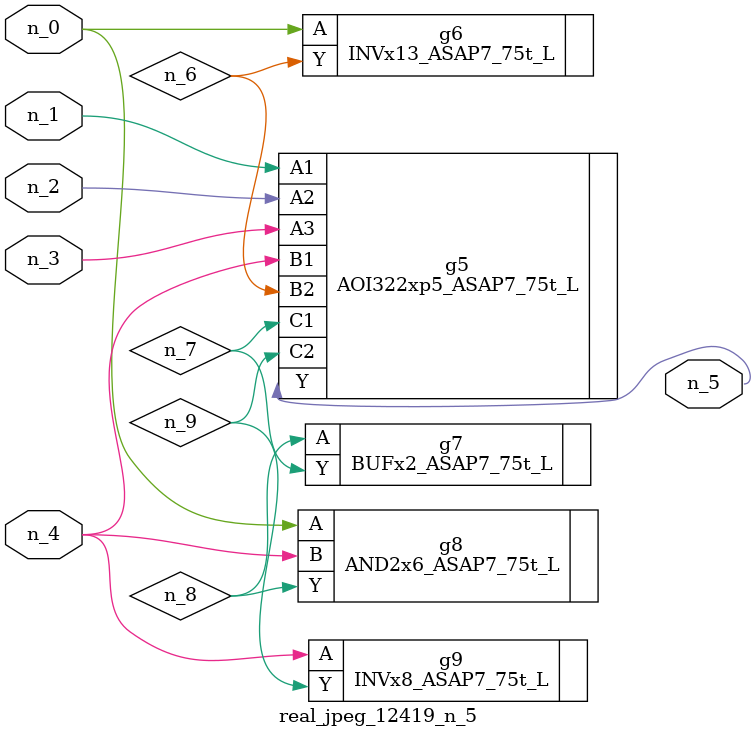
<source format=v>
module real_jpeg_12419_n_5 (n_4, n_0, n_1, n_2, n_3, n_5);

input n_4;
input n_0;
input n_1;
input n_2;
input n_3;

output n_5;

wire n_8;
wire n_6;
wire n_7;
wire n_9;

INVx13_ASAP7_75t_L g6 ( 
.A(n_0),
.Y(n_6)
);

AND2x6_ASAP7_75t_L g8 ( 
.A(n_0),
.B(n_4),
.Y(n_8)
);

AOI322xp5_ASAP7_75t_L g5 ( 
.A1(n_1),
.A2(n_2),
.A3(n_3),
.B1(n_4),
.B2(n_6),
.C1(n_7),
.C2(n_9),
.Y(n_5)
);

INVx8_ASAP7_75t_L g9 ( 
.A(n_4),
.Y(n_9)
);

BUFx2_ASAP7_75t_L g7 ( 
.A(n_8),
.Y(n_7)
);


endmodule
</source>
